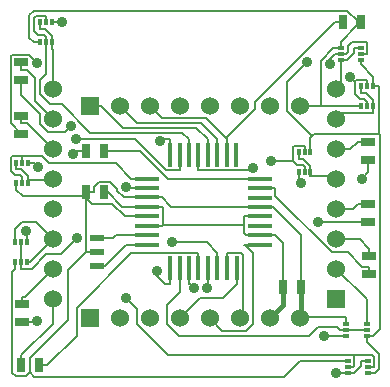
<source format=gtl>
G04 (created by PCBNEW (2013-jul-07)-stable) date Thu 02 Jun 2016 05:53:07 PM PDT*
%MOIN*%
G04 Gerber Fmt 3.4, Leading zero omitted, Abs format*
%FSLAX34Y34*%
G01*
G70*
G90*
G04 APERTURE LIST*
%ADD10C,0.00590551*%
%ADD11R,0.025X0.045*%
%ADD12R,0.045X0.025*%
%ADD13R,0.0787X0.0177*%
%ADD14R,0.0177X0.0787*%
%ADD15C,0.06*%
%ADD16R,0.06X0.06*%
%ADD17R,0.0512X0.0197*%
%ADD18R,0.0147638X0.019685*%
%ADD19R,0.019685X0.0147638*%
%ADD20C,0.035*%
%ADD21C,0.008*%
%ADD22C,0.016*%
G04 APERTURE END LIST*
G54D10*
G54D11*
X50605Y-27322D03*
X51205Y-27322D03*
X39896Y-38779D03*
X40496Y-38779D03*
G54D12*
X39921Y-36747D03*
X39921Y-37347D03*
X39881Y-30448D03*
X39881Y-31048D03*
X51456Y-31314D03*
X51456Y-31914D03*
X39881Y-28676D03*
X39881Y-29276D03*
X51456Y-33400D03*
X51456Y-34000D03*
X51496Y-35133D03*
X51496Y-35733D03*
G54D11*
X42042Y-31633D03*
X42642Y-31633D03*
G54D13*
X44068Y-34754D03*
X44068Y-34439D03*
X44068Y-34124D03*
X44068Y-33809D03*
X44068Y-33494D03*
X44068Y-33179D03*
X44068Y-32864D03*
X44068Y-32549D03*
X47834Y-32551D03*
X47834Y-34761D03*
X47834Y-34441D03*
X47834Y-34121D03*
X47834Y-33811D03*
X47834Y-33491D03*
X47834Y-33181D03*
X47834Y-32861D03*
G54D14*
X44852Y-31761D03*
X45166Y-31761D03*
X45482Y-31761D03*
X45796Y-31761D03*
X46112Y-31761D03*
X46426Y-31761D03*
X46742Y-31761D03*
X47056Y-31761D03*
X44854Y-35541D03*
X45164Y-35541D03*
X45484Y-35541D03*
X45794Y-35541D03*
X46104Y-35541D03*
X46424Y-35541D03*
X46744Y-35541D03*
X47064Y-35541D03*
G54D15*
X40944Y-29569D03*
X40944Y-30569D03*
X40944Y-31569D03*
X40944Y-32569D03*
X40944Y-33569D03*
X40944Y-34569D03*
X40944Y-35569D03*
X40944Y-36569D03*
G54D16*
X50393Y-36569D03*
G54D15*
X50393Y-35569D03*
X50393Y-34569D03*
X50393Y-33569D03*
X50393Y-32569D03*
X50393Y-31569D03*
X50393Y-30569D03*
X50393Y-29569D03*
G54D11*
X48597Y-36161D03*
X49197Y-36161D03*
X42662Y-33011D03*
X42062Y-33011D03*
G54D16*
X42168Y-30117D03*
G54D15*
X43168Y-30117D03*
X44168Y-30117D03*
X45168Y-30117D03*
X46168Y-30117D03*
X47168Y-30117D03*
X48168Y-30117D03*
X49168Y-30117D03*
G54D16*
X42168Y-37205D03*
G54D15*
X43168Y-37205D03*
X44168Y-37205D03*
X45168Y-37205D03*
X46168Y-37205D03*
X47168Y-37205D03*
X48168Y-37205D03*
X49168Y-37205D03*
G54D17*
X42421Y-35000D03*
X42421Y-35472D03*
X42421Y-34528D03*
G54D18*
X40511Y-28011D03*
X40708Y-28011D03*
X40905Y-28011D03*
X40905Y-27342D03*
X40708Y-27342D03*
X40511Y-27342D03*
X39685Y-35334D03*
X39881Y-35334D03*
X40078Y-35334D03*
X40078Y-34665D03*
X39881Y-34665D03*
X39685Y-34665D03*
G54D19*
X50531Y-28188D03*
X50531Y-28385D03*
X50531Y-28582D03*
X51200Y-28582D03*
X51200Y-28385D03*
X51200Y-28188D03*
G54D18*
X39724Y-32696D03*
X39921Y-32696D03*
X40118Y-32696D03*
X40118Y-32027D03*
X39921Y-32027D03*
X39724Y-32027D03*
G54D19*
X50767Y-38622D03*
X50767Y-38818D03*
X50767Y-39015D03*
X51437Y-39015D03*
X51437Y-38818D03*
X51437Y-38622D03*
G54D18*
X51220Y-30137D03*
X51417Y-30137D03*
X51614Y-30137D03*
X51614Y-29468D03*
X51417Y-29468D03*
X51220Y-29468D03*
G54D19*
X50728Y-37401D03*
X50728Y-37598D03*
X50728Y-37795D03*
X51397Y-37795D03*
X51397Y-37598D03*
X51397Y-37401D03*
G54D18*
X49133Y-32342D03*
X49330Y-32342D03*
X49527Y-32342D03*
X49527Y-31673D03*
X49330Y-31673D03*
X49133Y-31673D03*
G54D20*
X41235Y-27342D03*
X40449Y-32165D03*
X40055Y-34303D03*
X49410Y-28671D03*
X49973Y-37795D03*
X50393Y-39015D03*
X41747Y-34539D03*
X41726Y-31238D03*
X50173Y-28736D03*
X44505Y-31313D03*
X43385Y-36537D03*
X43385Y-32840D03*
X50858Y-29168D03*
X44425Y-35630D03*
X48214Y-31974D03*
X45649Y-36195D03*
X49211Y-32701D03*
X49794Y-34000D03*
X46092Y-36190D03*
X40423Y-37286D03*
X44913Y-34677D03*
X40410Y-28684D03*
X41610Y-31746D03*
X47599Y-32204D03*
X51247Y-32555D03*
X41541Y-30792D03*
G54D21*
X51200Y-28582D02*
X51200Y-28736D01*
X40905Y-27342D02*
X41099Y-27342D01*
X41099Y-27342D02*
X41235Y-27342D01*
X40118Y-32027D02*
X40312Y-32027D01*
X40312Y-32027D02*
X40449Y-32165D01*
X49527Y-31673D02*
X49527Y-31454D01*
X51397Y-37795D02*
X51397Y-37989D01*
X51397Y-37795D02*
X51616Y-37795D01*
X51614Y-29468D02*
X51614Y-29249D01*
X51614Y-29468D02*
X51808Y-29468D01*
X40078Y-34325D02*
X40078Y-34665D01*
X40055Y-34303D02*
X40078Y-34325D01*
X51808Y-29468D02*
X51808Y-31069D01*
X51841Y-31102D02*
X51808Y-31069D01*
X51841Y-37570D02*
X51841Y-31102D01*
X51616Y-37795D02*
X51841Y-37570D01*
X51614Y-29149D02*
X51200Y-28736D01*
X51614Y-29249D02*
X51614Y-29149D01*
X51437Y-39015D02*
X51655Y-39015D01*
X51815Y-38407D02*
X51397Y-37989D01*
X51815Y-38885D02*
X51815Y-38407D01*
X51685Y-39015D02*
X51815Y-38885D01*
X51655Y-39015D02*
X51685Y-39015D01*
X49644Y-31069D02*
X49584Y-31128D01*
X51808Y-31069D02*
X49644Y-31069D01*
X49527Y-31185D02*
X49527Y-31454D01*
X49584Y-31128D02*
X49527Y-31185D01*
X48737Y-29345D02*
X49410Y-28671D01*
X48737Y-30281D02*
X48737Y-29345D01*
X49584Y-31128D02*
X48737Y-30281D01*
X49527Y-32342D02*
X49527Y-32451D01*
X50276Y-32451D02*
X50393Y-32569D01*
X49527Y-32451D02*
X50276Y-32451D01*
X49295Y-31891D02*
X49527Y-32123D01*
X49133Y-31891D02*
X49295Y-31891D01*
X49133Y-31673D02*
X49133Y-31891D01*
X49527Y-32342D02*
X49527Y-32123D01*
X51397Y-37401D02*
X51397Y-37207D01*
X51397Y-36572D02*
X50393Y-35569D01*
X51397Y-37207D02*
X51397Y-36572D01*
X50728Y-37795D02*
X49973Y-37795D01*
X50606Y-30356D02*
X50393Y-30569D01*
X51614Y-30356D02*
X50606Y-30356D01*
X51614Y-30137D02*
X51614Y-30356D01*
X51381Y-29687D02*
X51614Y-29919D01*
X51220Y-29687D02*
X51381Y-29687D01*
X51220Y-29468D02*
X51220Y-29687D01*
X51614Y-30137D02*
X51614Y-29919D01*
X51218Y-38783D02*
X50986Y-39015D01*
X51218Y-38622D02*
X51218Y-38783D01*
X50877Y-39015D02*
X50986Y-39015D01*
X51437Y-38622D02*
X51218Y-38622D01*
X50877Y-39015D02*
X50767Y-39015D01*
X50767Y-39015D02*
X50393Y-39015D01*
X39885Y-32246D02*
X40118Y-32478D01*
X39724Y-32246D02*
X39885Y-32246D01*
X39724Y-32027D02*
X39724Y-32246D01*
X40118Y-32696D02*
X40118Y-32587D01*
X40118Y-32587D02*
X40118Y-32478D01*
X40926Y-32587D02*
X40944Y-32569D01*
X40118Y-32587D02*
X40926Y-32587D01*
X50531Y-28582D02*
X50531Y-28776D01*
X50982Y-28350D02*
X50750Y-28582D01*
X50982Y-28188D02*
X50982Y-28350D01*
X51200Y-28188D02*
X50982Y-28188D01*
X50531Y-28582D02*
X50750Y-28582D01*
X50531Y-29431D02*
X50393Y-29569D01*
X50531Y-28776D02*
X50531Y-29431D01*
X40179Y-35334D02*
X40078Y-35334D01*
X40944Y-34569D02*
X40179Y-35334D01*
X40375Y-33999D02*
X40944Y-34569D01*
X39919Y-33999D02*
X40375Y-33999D01*
X39685Y-34233D02*
X39919Y-33999D01*
X39685Y-34665D02*
X39685Y-34233D01*
X40673Y-27561D02*
X40905Y-27793D01*
X40511Y-27561D02*
X40673Y-27561D01*
X40511Y-27342D02*
X40511Y-27561D01*
X40905Y-27921D02*
X40905Y-27793D01*
X40905Y-27921D02*
X40905Y-28011D01*
X40944Y-28269D02*
X40944Y-29569D01*
X40905Y-28230D02*
X40944Y-28269D01*
X40905Y-28011D02*
X40905Y-28230D01*
X45482Y-31761D02*
X45482Y-31247D01*
X40708Y-27822D02*
X40708Y-28011D01*
X40642Y-27757D02*
X40708Y-27822D01*
X40455Y-27757D02*
X40642Y-27757D01*
X40317Y-27619D02*
X40455Y-27757D01*
X40317Y-27185D02*
X40317Y-27619D01*
X40378Y-27123D02*
X40317Y-27185D01*
X40708Y-27123D02*
X40378Y-27123D01*
X40708Y-27342D02*
X40708Y-27123D01*
X45253Y-31018D02*
X45482Y-31247D01*
X42184Y-31018D02*
X45253Y-31018D01*
X41234Y-30069D02*
X42184Y-31018D01*
X40841Y-30069D02*
X41234Y-30069D01*
X40512Y-29740D02*
X40841Y-30069D01*
X40512Y-29269D02*
X40512Y-29740D01*
X40708Y-29073D02*
X40512Y-29269D01*
X40708Y-28011D02*
X40708Y-29073D01*
X41217Y-35069D02*
X41747Y-34539D01*
X40716Y-35069D02*
X41217Y-35069D01*
X40232Y-35553D02*
X40716Y-35069D01*
X39881Y-35553D02*
X40232Y-35553D01*
X45166Y-31761D02*
X45166Y-32275D01*
X39881Y-35334D02*
X39881Y-35553D01*
X43677Y-31238D02*
X41726Y-31238D01*
X44714Y-32275D02*
X43677Y-31238D01*
X45166Y-32275D02*
X44714Y-32275D01*
X39881Y-34665D02*
X39881Y-35334D01*
X44852Y-31761D02*
X44852Y-31247D01*
X44571Y-31247D02*
X44505Y-31313D01*
X44852Y-31247D02*
X44571Y-31247D01*
X50720Y-28385D02*
X50531Y-28385D01*
X50786Y-28320D02*
X50720Y-28385D01*
X50786Y-28132D02*
X50786Y-28320D01*
X50924Y-27995D02*
X50786Y-28132D01*
X51377Y-27995D02*
X50924Y-27995D01*
X51419Y-28036D02*
X51377Y-27995D01*
X51419Y-28385D02*
X51419Y-28036D01*
X51200Y-28385D02*
X51419Y-28385D01*
X50173Y-28554D02*
X50173Y-28736D01*
X50342Y-28385D02*
X50173Y-28554D01*
X50531Y-28385D02*
X50342Y-28385D01*
X39921Y-32507D02*
X39921Y-32696D01*
X39855Y-32442D02*
X39921Y-32507D01*
X39668Y-32442D02*
X39855Y-32442D01*
X39530Y-32304D02*
X39668Y-32442D01*
X39530Y-31871D02*
X39530Y-32304D01*
X39592Y-31809D02*
X39530Y-31871D01*
X39921Y-31809D02*
X39592Y-31809D01*
X39921Y-32027D02*
X39921Y-31849D01*
X39921Y-31849D02*
X39921Y-31809D01*
X43047Y-32042D02*
X43554Y-32549D01*
X40797Y-32042D02*
X43047Y-32042D01*
X40564Y-31809D02*
X40797Y-32042D01*
X39921Y-31809D02*
X40564Y-31809D01*
X44068Y-32549D02*
X43554Y-32549D01*
X43531Y-32840D02*
X43554Y-32864D01*
X43385Y-32840D02*
X43531Y-32840D01*
X44068Y-32864D02*
X43554Y-32864D01*
X51585Y-38428D02*
X50989Y-38428D01*
X51655Y-38498D02*
X51585Y-38428D01*
X51655Y-38818D02*
X51655Y-38498D01*
X44782Y-38428D02*
X50989Y-38428D01*
X43743Y-37389D02*
X44782Y-38428D01*
X43743Y-36895D02*
X43743Y-37389D01*
X43385Y-36537D02*
X43743Y-36895D01*
X50956Y-38818D02*
X50767Y-38818D01*
X50989Y-38786D02*
X50956Y-38818D01*
X50989Y-38428D02*
X50989Y-38786D01*
X51437Y-38818D02*
X51655Y-38818D01*
X51417Y-29468D02*
X51417Y-29249D01*
X44690Y-36055D02*
X44854Y-36055D01*
X44425Y-35789D02*
X44690Y-36055D01*
X44425Y-35630D02*
X44425Y-35789D01*
X44854Y-35541D02*
X44854Y-36055D01*
X51417Y-29989D02*
X51417Y-30137D01*
X51310Y-29883D02*
X51417Y-29989D01*
X51188Y-29883D02*
X51310Y-29883D01*
X51026Y-29721D02*
X51188Y-29883D01*
X51026Y-29293D02*
X51026Y-29721D01*
X51069Y-29249D02*
X51026Y-29293D01*
X51417Y-29249D02*
X51069Y-29249D01*
X50982Y-29293D02*
X50858Y-29168D01*
X51026Y-29293D02*
X50982Y-29293D01*
X45164Y-36324D02*
X45164Y-35541D01*
X44733Y-36755D02*
X45164Y-36324D01*
X44733Y-37390D02*
X44733Y-36755D01*
X45146Y-37802D02*
X44733Y-37390D01*
X49488Y-37802D02*
X45146Y-37802D01*
X49794Y-37496D02*
X49488Y-37802D01*
X50407Y-37496D02*
X49794Y-37496D01*
X50509Y-37598D02*
X50407Y-37496D01*
X50728Y-37598D02*
X50509Y-37598D01*
X51397Y-37598D02*
X50728Y-37598D01*
X49330Y-31673D02*
X49330Y-31454D01*
X45509Y-36055D02*
X45649Y-36195D01*
X45484Y-36055D02*
X45509Y-36055D01*
X48239Y-31950D02*
X48214Y-31974D01*
X48939Y-31950D02*
X48239Y-31950D01*
X48939Y-31499D02*
X48939Y-31950D01*
X48984Y-31454D02*
X48939Y-31499D01*
X49330Y-31454D02*
X48984Y-31454D01*
X49330Y-32153D02*
X49330Y-32342D01*
X49265Y-32087D02*
X49330Y-32153D01*
X49077Y-32087D02*
X49265Y-32087D01*
X48939Y-31950D02*
X49077Y-32087D01*
X45484Y-35541D02*
X45484Y-36055D01*
X42421Y-35000D02*
X42045Y-35000D01*
X39685Y-35334D02*
X39685Y-35553D01*
X40191Y-38531D02*
X40191Y-39013D01*
X41442Y-37279D02*
X40191Y-38531D01*
X41442Y-35602D02*
X41442Y-37279D01*
X42045Y-35000D02*
X41442Y-35602D01*
X39576Y-35662D02*
X39685Y-35553D01*
X39576Y-39019D02*
X39576Y-35662D01*
X39700Y-39143D02*
X39576Y-39019D01*
X40060Y-39143D02*
X39700Y-39143D01*
X40191Y-39013D02*
X40060Y-39143D01*
X49168Y-38622D02*
X50767Y-38622D01*
X48641Y-39149D02*
X49168Y-38622D01*
X40327Y-39149D02*
X48641Y-39149D01*
X40191Y-39013D02*
X40327Y-39149D01*
X44068Y-33809D02*
X44068Y-33809D01*
X44068Y-33179D02*
X44582Y-33179D01*
X43302Y-33179D02*
X44068Y-33179D01*
X43090Y-32967D02*
X43302Y-33179D01*
X43090Y-32902D02*
X43090Y-32967D01*
X42853Y-32665D02*
X43090Y-32902D01*
X42469Y-32665D02*
X42853Y-32665D01*
X42307Y-32827D02*
X42469Y-32665D01*
X42307Y-33011D02*
X42307Y-32827D01*
X42062Y-33011D02*
X42307Y-33011D01*
X44894Y-33491D02*
X47834Y-33491D01*
X44582Y-33179D02*
X44894Y-33491D01*
X51205Y-27322D02*
X51082Y-27322D01*
X50531Y-28188D02*
X50531Y-27995D01*
X50696Y-37176D02*
X49197Y-37176D01*
X50728Y-37207D02*
X50696Y-37176D01*
G54D22*
X49197Y-36161D02*
X49197Y-37176D01*
X49197Y-37176D02*
X49168Y-37205D01*
G54D21*
X50728Y-37401D02*
X50728Y-37207D01*
X51082Y-27443D02*
X51082Y-27322D01*
X50531Y-27995D02*
X51082Y-27443D01*
X40155Y-27849D02*
X40317Y-28011D01*
X40155Y-27097D02*
X40155Y-27849D01*
X40302Y-26950D02*
X40155Y-27097D01*
X50759Y-26950D02*
X40302Y-26950D01*
X51082Y-27273D02*
X50759Y-26950D01*
X51082Y-27322D02*
X51082Y-27273D01*
X40511Y-28011D02*
X40317Y-28011D01*
X42062Y-33011D02*
X42062Y-33107D01*
X43337Y-33809D02*
X44068Y-33809D01*
X42913Y-33385D02*
X43337Y-33809D01*
X42244Y-33385D02*
X42913Y-33385D01*
X42062Y-33203D02*
X42244Y-33385D01*
X42062Y-33107D02*
X42062Y-33203D01*
X39935Y-33126D02*
X39724Y-32915D01*
X42043Y-33126D02*
X39935Y-33126D01*
X42062Y-33107D02*
X42043Y-33126D01*
X42043Y-34998D02*
X42045Y-35000D01*
X42043Y-33126D02*
X42043Y-34998D01*
X39724Y-32696D02*
X39724Y-32915D01*
X51220Y-30137D02*
X51026Y-30137D01*
X50293Y-28188D02*
X50531Y-28188D01*
X49865Y-28617D02*
X50293Y-28188D01*
X49865Y-30117D02*
X49865Y-28617D01*
X49168Y-30117D02*
X49865Y-30117D01*
X51006Y-30117D02*
X51026Y-30137D01*
X49865Y-30117D02*
X51006Y-30117D01*
X49197Y-34419D02*
X49197Y-36161D01*
X48269Y-33491D02*
X49197Y-34419D01*
X47834Y-33491D02*
X48269Y-33491D01*
X49133Y-32623D02*
X49211Y-32701D01*
X49133Y-32342D02*
X49133Y-32623D01*
X51456Y-34000D02*
X49794Y-34000D01*
X47834Y-34761D02*
X47320Y-34761D01*
X47320Y-34761D02*
X47320Y-34761D01*
X47322Y-34762D02*
X47320Y-34761D01*
X47340Y-34762D02*
X47322Y-34762D01*
X47597Y-35019D02*
X47340Y-34762D01*
X47597Y-37397D02*
X47597Y-35019D01*
X47367Y-37626D02*
X47597Y-37397D01*
X46590Y-37626D02*
X47367Y-37626D01*
X46168Y-37205D02*
X46590Y-37626D01*
X43040Y-34439D02*
X44068Y-34439D01*
X42952Y-34527D02*
X43040Y-34439D01*
X42421Y-34527D02*
X42952Y-34527D01*
X44068Y-34439D02*
X44068Y-34439D01*
X40011Y-36502D02*
X39921Y-36502D01*
X40944Y-35569D02*
X40011Y-36502D01*
X39921Y-36747D02*
X39921Y-36502D01*
X51177Y-34569D02*
X51496Y-34887D01*
X50393Y-34569D02*
X51177Y-34569D01*
X51496Y-35133D02*
X51496Y-34887D01*
X40326Y-37286D02*
X40266Y-37347D01*
X40423Y-37286D02*
X40326Y-37286D01*
X39921Y-37347D02*
X40266Y-37347D01*
X46104Y-35541D02*
X46104Y-36055D01*
X46104Y-36178D02*
X46092Y-36190D01*
X46104Y-36055D02*
X46104Y-36178D01*
X50856Y-31569D02*
X51111Y-31314D01*
X50393Y-31569D02*
X50856Y-31569D01*
X51456Y-31314D02*
X51111Y-31314D01*
X46424Y-35541D02*
X46424Y-35027D01*
X46074Y-34677D02*
X44913Y-34677D01*
X46424Y-35027D02*
X46074Y-34677D01*
X40157Y-28431D02*
X40410Y-28684D01*
X39578Y-28431D02*
X40157Y-28431D01*
X39536Y-28473D02*
X39578Y-28431D01*
X39536Y-30702D02*
X39536Y-28473D01*
X39881Y-31048D02*
X39536Y-30702D01*
X45877Y-30698D02*
X46426Y-31247D01*
X43749Y-30698D02*
X45877Y-30698D01*
X43168Y-30117D02*
X43749Y-30698D01*
X46426Y-31761D02*
X46426Y-31247D01*
X42042Y-31633D02*
X41797Y-31633D01*
X41723Y-31633D02*
X41610Y-31746D01*
X41797Y-31633D02*
X41723Y-31633D01*
X41732Y-37788D02*
X40741Y-38779D01*
X41732Y-36848D02*
X41732Y-37788D01*
X43553Y-35027D02*
X41732Y-36848D01*
X45794Y-35027D02*
X43553Y-35027D01*
X45794Y-35541D02*
X45794Y-35027D01*
X40496Y-38779D02*
X40741Y-38779D01*
X51250Y-35487D02*
X51496Y-35487D01*
X50775Y-35012D02*
X51250Y-35487D01*
X50243Y-35012D02*
X50775Y-35012D01*
X48348Y-33117D02*
X50243Y-35012D01*
X48348Y-32861D02*
X48348Y-33117D01*
X47834Y-32861D02*
X48348Y-32861D01*
X51496Y-35733D02*
X51496Y-35487D01*
X43846Y-31633D02*
X42642Y-31633D01*
X44764Y-32551D02*
X43846Y-31633D01*
X47834Y-32551D02*
X44764Y-32551D01*
X40069Y-30693D02*
X39881Y-30693D01*
X40944Y-31569D02*
X40069Y-30693D01*
X39881Y-30448D02*
X39881Y-30693D01*
X39896Y-38779D02*
X39896Y-38434D01*
X40944Y-37386D02*
X40944Y-36569D01*
X39896Y-38434D02*
X40944Y-37386D01*
X45796Y-31761D02*
X45796Y-32275D01*
X47529Y-32275D02*
X47599Y-32204D01*
X45796Y-32275D02*
X47529Y-32275D01*
X43395Y-34754D02*
X44068Y-34754D01*
X42677Y-35472D02*
X43395Y-34754D01*
X42421Y-35472D02*
X42677Y-35472D01*
X44068Y-34754D02*
X44068Y-34754D01*
X39881Y-28676D02*
X39881Y-28921D01*
X40065Y-28921D02*
X39881Y-28921D01*
X40352Y-29208D02*
X40065Y-28921D01*
X40352Y-29976D02*
X40352Y-29208D01*
X40944Y-30569D02*
X40352Y-29976D01*
X50943Y-33569D02*
X51111Y-33400D01*
X50393Y-33569D02*
X50943Y-33569D01*
X51456Y-33400D02*
X51111Y-33400D01*
X46742Y-31761D02*
X46742Y-31247D01*
X46032Y-30538D02*
X46699Y-31204D01*
X44589Y-30538D02*
X46032Y-30538D01*
X44168Y-30117D02*
X44589Y-30538D01*
X46699Y-31204D02*
X46742Y-31247D01*
X47668Y-30235D02*
X46699Y-31204D01*
X47668Y-29996D02*
X47668Y-30235D01*
X50342Y-27322D02*
X47668Y-29996D01*
X50605Y-27322D02*
X50342Y-27322D01*
X51456Y-32345D02*
X51456Y-31914D01*
X51247Y-32555D02*
X51456Y-32345D01*
X47203Y-35027D02*
X46744Y-35027D01*
X47273Y-35097D02*
X47203Y-35027D01*
X47273Y-37100D02*
X47273Y-35097D01*
X47168Y-37205D02*
X47273Y-37100D01*
X46744Y-35541D02*
X46744Y-35027D01*
X39881Y-29768D02*
X39881Y-29276D01*
X40524Y-30410D02*
X39881Y-29768D01*
X40524Y-30745D02*
X40524Y-30410D01*
X40770Y-30990D02*
X40524Y-30745D01*
X41343Y-30990D02*
X40770Y-30990D01*
X41541Y-30792D02*
X41343Y-30990D01*
X47064Y-35541D02*
X47064Y-36055D01*
X46598Y-36521D02*
X47064Y-36055D01*
X45852Y-36521D02*
X46598Y-36521D01*
X45168Y-37205D02*
X45852Y-36521D01*
X42168Y-30117D02*
X42589Y-30117D01*
X46112Y-31761D02*
X46112Y-31247D01*
X45723Y-30858D02*
X46112Y-31247D01*
X43276Y-30858D02*
X45723Y-30858D01*
X42589Y-30170D02*
X43276Y-30858D01*
X42589Y-30117D02*
X42589Y-30170D01*
X43258Y-33494D02*
X44068Y-33494D01*
X42775Y-33011D02*
X43258Y-33494D01*
X42662Y-33011D02*
X42775Y-33011D01*
X47834Y-33811D02*
X47320Y-33811D01*
X44068Y-33494D02*
X44068Y-33494D01*
X44068Y-34124D02*
X44582Y-34124D01*
X47320Y-34106D02*
X47320Y-33811D01*
X44600Y-33512D02*
X44582Y-33494D01*
X44600Y-34106D02*
X44600Y-33512D01*
X47320Y-34106D02*
X44600Y-34106D01*
X44600Y-34106D02*
X44582Y-34124D01*
X44068Y-33494D02*
X44582Y-33494D01*
X47834Y-34441D02*
X47391Y-34441D01*
X47320Y-34371D02*
X47320Y-34106D01*
X47391Y-34441D02*
X47320Y-34371D01*
G54D22*
X48597Y-36776D02*
X48168Y-37205D01*
X48597Y-36161D02*
X48597Y-36776D01*
G54D21*
X48597Y-34690D02*
X48348Y-34441D01*
X48597Y-36161D02*
X48597Y-34690D01*
X47834Y-34441D02*
X48348Y-34441D01*
M02*

</source>
